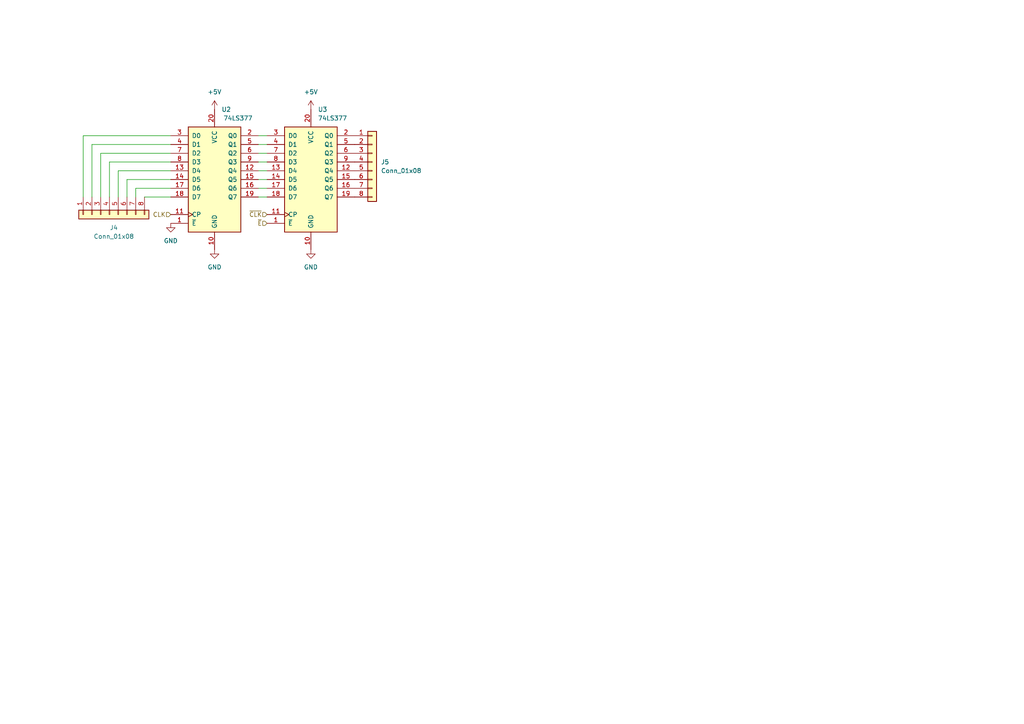
<source format=kicad_sch>
(kicad_sch (version 20211123) (generator eeschema)
  (paper "A4")
  (lib_symbols
    (symbol "74xx:74LS377" (pin_names (offset 1.016))
      (property "Reference" "U" (at -7.62 16.51 0))
      (property "Value" "74LS377" (at -7.62 -16.51 0))
      (symbol "74LS377_1_0"
        (pin input line (at -12.7 -12.7 0) (length 5.08) (name "~{E}") (number "1"))
        (pin power_in line (at 0 -20.32 90) (length 5.08) (name "GND") (number "10"))
        (pin input clock (at -12.7 -10.16 0) (length 5.08) (name "CP") (number "11"))
        (pin output line (at 12.7 2.54 180) (length 5.08) (name "Q4") (number "12"))
        (pin input line (at -12.7 2.54 0) (length 5.08) (name "D4") (number "13"))
        (pin input line (at -12.7 0 0) (length 5.08) (name "D5") (number "14"))
        (pin output line (at 12.7 0 180) (length 5.08) (name "Q5") (number "15"))
        (pin output line (at 12.7 -2.54 180) (length 5.08) (name "Q6") (number "16"))
        (pin input line (at -12.7 -2.54 0) (length 5.08) (name "D6") (number "17"))
        (pin input line (at -12.7 -5.08 0) (length 5.08) (name "D7") (number "18"))
        (pin output line (at 12.7 -5.08 180) (length 5.08) (name "Q7") (number "19"))
        (pin output line (at 12.7 12.7 180) (length 5.08) (name "Q0") (number "2"))
        (pin power_in line (at 0 20.32 270) (length 5.08) (name "VCC") (number "20"))
        (pin input line (at -12.7 12.7 0) (length 5.08) (name "D0") (number "3"))
        (pin input line (at -12.7 10.16 0) (length 5.08) (name "D1") (number "4"))
        (pin output line (at 12.7 10.16 180) (length 5.08) (name "Q1") (number "5"))
        (pin output line (at 12.7 7.62 180) (length 5.08) (name "Q2") (number "6"))
        (pin input line (at -12.7 7.62 0) (length 5.08) (name "D2") (number "7"))
        (pin input line (at -12.7 5.08 0) (length 5.08) (name "D3") (number "8"))
        (pin output line (at 12.7 5.08 180) (length 5.08) (name "Q3") (number "9"))
      )
      (symbol "74LS377_1_1"
        (rectangle (start -7.62 15.24) (end 7.62 -15.24) (stroke (width 0.254)) (fill (type background)))
      )
    )
    (symbol "Connector_Generic:Conn_01x08" (pin_names (offset 1.016) hide)
      (property "Reference" "J" (at 0 10.16 0))
      (property "Value" "Conn_01x08" (at 0 -12.7 0))
      (symbol "Conn_01x08_1_1"
        (rectangle (start -1.27 -10.033) (end 0 -10.287) (stroke (width 0.1524)))
        (rectangle (start -1.27 -7.493) (end 0 -7.747) (stroke (width 0.1524)))
        (rectangle (start -1.27 -4.953) (end 0 -5.207) (stroke (width 0.1524)))
        (rectangle (start -1.27 -2.413) (end 0 -2.667) (stroke (width 0.1524)))
        (rectangle (start -1.27 0.127) (end 0 -0.127) (stroke (width 0.1524)))
        (rectangle (start -1.27 2.667) (end 0 2.413) (stroke (width 0.1524)))
        (rectangle (start -1.27 5.207) (end 0 4.953) (stroke (width 0.1524)))
        (rectangle (start -1.27 7.747) (end 0 7.493) (stroke (width 0.1524)))
        (rectangle (start -1.27 8.89) (end 1.27 -11.43) (stroke (width 0.254)) (fill (type background)))
        (pin passive line (at -5.08 7.62 0) (length 3.81) (name "Pin_1") (number "1"))
        (pin passive line (at -5.08 5.08 0) (length 3.81) (name "Pin_2") (number "2"))
        (pin passive line (at -5.08 2.54 0) (length 3.81) (name "Pin_3") (number "3"))
        (pin passive line (at -5.08 0 0) (length 3.81) (name "Pin_4") (number "4"))
        (pin passive line (at -5.08 -2.54 0) (length 3.81) (name "Pin_5") (number "5"))
        (pin passive line (at -5.08 -5.08 0) (length 3.81) (name "Pin_6") (number "6"))
        (pin passive line (at -5.08 -7.62 0) (length 3.81) (name "Pin_7") (number "7"))
        (pin passive line (at -5.08 -10.16 0) (length 3.81) (name "Pin_8") (number "8"))
      )
    )
    (symbol "power:+5V" (power) (pin_names (offset 0))
      (property "Value" "+5V" (at 0 3.556 0))
      (symbol "+5V_0_1"
        (polyline (pts (xy -0.762 1.27) (xy 0 2.54)))
        (polyline (pts (xy 0 0) (xy 0 2.54)))
        (polyline (pts (xy 0 2.54) (xy 0.762 1.27)))
      )
      (symbol "+5V_1_1"
        (pin power_in line (at 0 0 90) (length 0) hide (name "+5V") (number "1"))
      )
    )
    (symbol "power:GND" (power) (pin_names (offset 0))
      (property "Value" "GND" (at 0 -3.81 0))
      (symbol "GND_0_1"
        (polyline (pts (xy 0 0) (xy 0 -1.27) (xy 1.27 -1.27) (xy 0 -2.54) (xy -1.27 -1.27) (xy 0 -1.27)))
      )
      (symbol "GND_1_1"
        (pin power_in line (at 0 0 270) (length 0) hide (name "GND") (number "1"))
      )
    )
  )
  (wire (pts (xy 31.75 46.99) (xy 49.53 46.99)))
  (wire (pts (xy 77.47 49.53) (xy 74.93 49.53)))
  (wire (pts (xy 26.67 41.91) (xy 49.53 41.91)))
  (wire (pts (xy 39.37 57.15) (xy 39.37 54.61)))
  (wire (pts (xy 77.47 39.37) (xy 74.93 39.37)))
  (wire (pts (xy 31.75 57.15) (xy 31.75 46.99)))
  (wire (pts (xy 34.29 57.15) (xy 34.29 49.53)))
  (wire (pts (xy 24.13 39.37) (xy 24.13 57.15)))
  (wire (pts (xy 24.13 39.37) (xy 49.53 39.37)))
  (wire (pts (xy 39.37 54.61) (xy 49.53 54.61)))
  (wire (pts (xy 77.47 54.61) (xy 74.93 54.61)))
  (wire (pts (xy 77.47 41.91) (xy 74.93 41.91)))
  (wire (pts (xy 77.47 57.15) (xy 74.93 57.15)))
  (wire (pts (xy 29.21 57.15) (xy 29.21 44.45)))
  (wire (pts (xy 36.83 57.15) (xy 36.83 52.07)))
  (wire (pts (xy 29.21 44.45) (xy 49.53 44.45)))
  (wire (pts (xy 41.91 57.15) (xy 49.53 57.15)))
  (wire (pts (xy 36.83 52.07) (xy 49.53 52.07)))
  (wire (pts (xy 77.47 52.07) (xy 74.93 52.07)))
  (wire (pts (xy 34.29 49.53) (xy 49.53 49.53)))
  (wire (pts (xy 77.47 44.45) (xy 74.93 44.45)))
  (wire (pts (xy 26.67 57.15) (xy 26.67 41.91)))
  (wire (pts (xy 77.47 46.99) (xy 74.93 46.99)))
  (hierarchical_label "~{CLK}" (shape input) (at 77.47 62.23 180))
  (hierarchical_label "CLK" (shape input) (at 49.53 62.23 180))
  (hierarchical_label "~{E}" (shape input) (at 77.47 64.77 180))
  (symbol (lib_id "power:GND") (at 62.23 72.39 0) (unit 1)
    (property "Reference" "#PWR07" (effects hide))
    (property "Value" "GND" (at 62.23 77.47 0))
  )
  (symbol (lib_id "74xx:74LS377") (at 90.17 52.07 0) (unit 1)
    (property "Reference" "U3" (at 92.1894 31.75 0) (effects (justify left)))
    (property "Value" "74LS377" (at 92.1894 34.29 0) (effects (justify left)))
    (property "Footprint" "Package_DIP:DIP-20_W8.89mm_SMDSocket_LongPads" (effects hide))
    (property "Datasheet" "http://www.ti.com/lit/gpn/sn74LS377" (effects hide))
  )
  (symbol (lib_id "Connector_Generic:Conn_01x08") (at 107.95 46.99 0) (unit 1)
    (property "Reference" "J5" (at 110.49 46.9899 0) (effects (justify left)))
    (property "Value" "Conn_01x08" (at 110.49 49.5299 0) (effects (justify left)))
    (property "Footprint" "Connector_PinHeader_2.54mm:PinHeader_1x08_P2.54mm_Vertical_SMD_Pin1Left" (effects hide))
  )
  (symbol (lib_id "Connector_Generic:Conn_01x08") (at 31.75 62.23 90) (mirror x) (unit 1)
    (property "Reference" "J4" (at 33.02 66.04 90))
    (property "Value" "Conn_01x08" (at 33.02 68.58 90))
    (property "Footprint" "Connector_PinHeader_2.54mm:PinHeader_1x08_P2.54mm_Vertical_SMD_Pin1Left" (effects hide))
  )
  (symbol (lib_id "power:+5V") (at 62.23 31.75 0) (unit 1)
    (property "Reference" "#PWR06" (effects hide))
    (property "Value" "+5V" (at 62.23 26.67 0))
  )
  (symbol (lib_id "power:GND") (at 49.53 64.77 0) (unit 1)
    (property "Reference" "#PWR?" (effects hide))
    (property "Value" "GND" (at 49.53 69.85 0))
  )
  (symbol (lib_id "74xx:74LS377") (at 62.23 52.07 0) (unit 1)
    (property "Reference" "U2" (at 64.2494 31.75 0) (effects (justify left)))
    (property "Value" "74LS377" (at 64.77 34.29 0) (effects (justify left)))
    (property "Footprint" "Package_DIP:DIP-20_W8.89mm_SMDSocket_LongPads" (effects hide))
    (property "Datasheet" "http://www.ti.com/lit/gpn/sn74LS377" (effects hide))
  )
  (symbol (lib_id "power:+5V") (at 90.17 31.75 0) (unit 1)
    (property "Reference" "#PWR08" (effects hide))
    (property "Value" "+5V" (at 90.17 26.67 0))
  )
  (symbol (lib_id "power:GND") (at 90.17 72.39 0) (unit 1)
    (property "Reference" "#PWR09" (effects hide))
    (property "Value" "GND" (at 90.17 77.47 0))
  )
)
</source>
